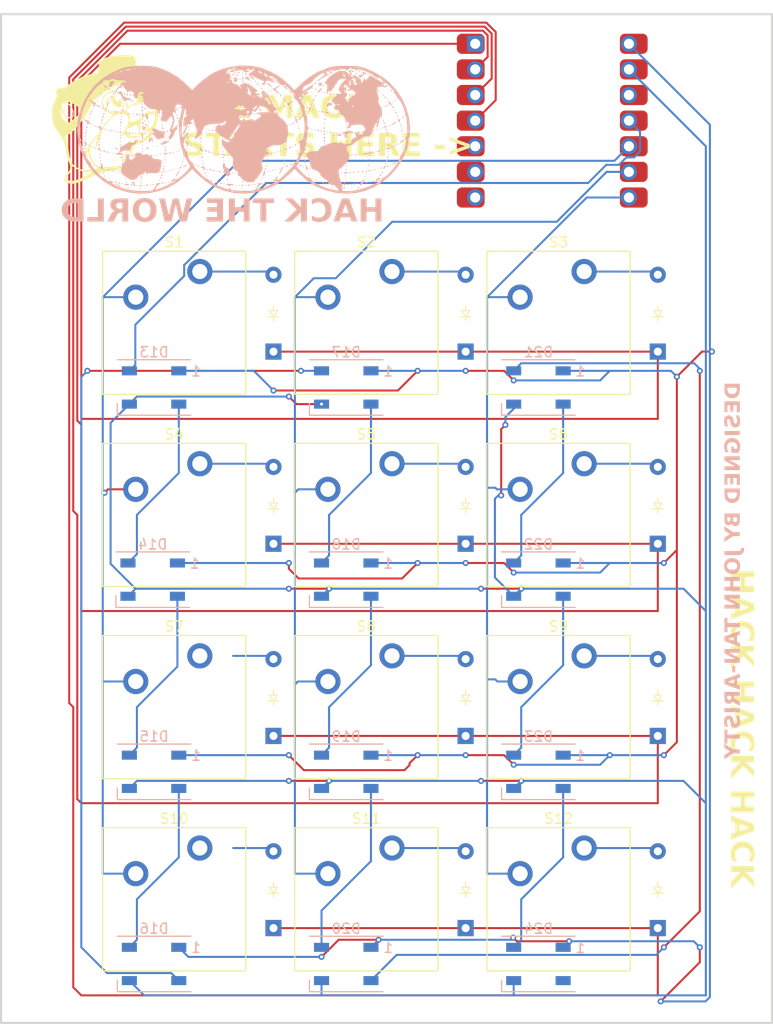
<source format=kicad_pcb>
(kicad_pcb (version 20240108) (generator "pcbnew") (generator_version "8.0")
  (layers (0 "F.Cu" signal) (31 "B.Cu" signal) (34 "B.Paste" user) (35 "F.Paste" user) (36 "B.SilkS" user "B.Silkscreen") (37 "F.SilkS" user "F.Silkscreen") (38 "B.Mask" user) (39 "F.Mask" user) (44 "Edge.Cuts" user))
  (net 0 "")
  (net 1 "Row 1")
  (net 2 "Net-(D1-A)")
  (net 3 "Net-(D2-A)")
  (net 4 "Net-(D3-A)")
  (net 5 "Row 2")
  (net 6 "Net-(D4-A)")
  (net 7 "Net-(D5-A)")
  (net 8 "Net-(D6-A)")
  (net 9 "Net-(D7-A)")
  (net 10 "Row 3")
  (net 11 "Net-(D8-A)")
  (net 12 "Net-(D9-A)")
  (net 13 "Row 4")
  (net 14 "Net-(D10-A)")
  (net 15 "Net-(D11-A)")
  (net 16 "Net-(D12-A)")
  (net 17 "+5V")
  (net 18 "GND")
  (net 19 "Net-(D13-DOUT)")
  (net 20 "RGB")
  (net 21 "Net-(D14-DOUT)")
  (net 22 "Net-(D15-DOUT)")
  (net 23 "Net-(D16-DOUT)")
  (net 24 "Net-(D17-DOUT)")
  (net 25 "Net-(D18-DOUT)")
  (net 26 "Net-(D19-DOUT)")
  (net 27 "Net-(D20-DOUT)")
  (net 28 "Net-(D21-DOUT)")
  (net 29 "Net-(D22-DOUT)")
  (net 30 "Net-(D23-DOUT)")
  (net 32 "Col 1")
  (net 33 "Col 2")
  (net 34 "Col 3")
  (footprint "ScottoKeebs_MX:MX_PCB_1.00u" (layer "F.Cu") (at 109.22 76.2)
    (property "Reference" "S5")
    (property "Value" "Keyswitch")
  )
  (footprint "ScottoKeebs_MX:MX_PCB_1.00u" (layer "F.Cu") (at 128.27 114.3)
    (property "Reference" "S12")
    (property "Value" "Keyswitch")
  )
  (footprint "ScottoKeebs_Components:Diode_DO-35" (layer "F.Cu") (at 100.0125 60.0075 90)
    (property "Reference" "D1" (hide yes))
    (property "Value" "Diode" (hide yes))
  )
  (footprint "ScottoKeebs_MCU:Seeed_XIAO_RP2040" (layer "F.Cu") (at 127.63 37.11)
    (property "Reference" "U2" (hide yes))
    (property "Value" "MCU_Seeed_XIAO_RP2040")
  )
  (footprint "MountingHole:MountingHole_3.2mm_M3" (layer "F.Cu") (at 145.5 31)
    (property "Reference" "REF**" (hide yes))
    (property "Value" "MountingHole_3.2mm_M3" (hide yes))
  )
  (footprint "ScottoKeebs_MX:MX_PCB_1.00u" (layer "F.Cu") (at 90.17 114.3)
    (property "Reference" "S10")
    (property "Value" "Keyswitch")
  )
  (footprint "ScottoKeebs_MX:MX_PCB_1.00u" (layer "F.Cu") (at 90.17 57.15)
    (property "Reference" "S1")
    (property "Value" "Keyswitch")
  )
  (footprint "ScottoKeebs_Components:Diode_DO-35" (layer "F.Cu") (at 138.1125 98.1075 90)
    (property "Reference" "D9" (hide yes))
    (property "Value" "Diode" (hide yes))
  )
  (footprint "ScottoKeebs_Components:Diode_DO-35" (layer "F.Cu") (at 119.0625 60.0075 90)
    (property "Reference" "D2" (hide yes))
    (property "Value" "Diode" (hide yes))
  )
  (footprint "ScottoKeebs_MX:MX_PCB_1.00u" (layer "F.Cu") (at 109.22 57.15)
    (property "Reference" "S2")
    (property "Value" "Keyswitch")
  )
  (footprint "ScottoKeebs_Components:Diode_DO-35" (layer "F.Cu") (at 138.1125 60.0075 90)
    (property "Reference" "D3" (hide yes))
    (property "Value" "Diode" (hide yes))
  )
  (footprint "ScottoKeebs_Components:Diode_DO-35" (layer "F.Cu") (at 138.1125 117.1575 90)
    (property "Reference" "D12" (hide yes))
    (property "Value" "Diode" (hide yes))
  )
  (footprint "ScottoKeebs_MX:MX_PCB_1.00u" (layer "F.Cu") (at 90.17 95.25)
    (property "Reference" "S7")
    (property "Value" "Keyswitch")
  )
  (footprint "MountingHole:MountingHole_3.2mm_M3" (layer "F.Cu") (at 77 31)
    (property "Reference" "REF**" (hide yes))
    (property "Value" "MountingHole_3.2mm_M3" (hide yes))
  )
  (footprint "ScottoKeebs_Components:Diode_DO-35" (layer "F.Cu") (at 119.0625 117.1575 90)
    (property "Reference" "D11" (hide yes))
    (property "Value" "Diode" (hide yes))
  )
  (footprint "ScottoKeebs_Components:Diode_DO-35" (layer "F.Cu") (at 119.0625 79.0575 90)
    (property "Reference" "D5" (hide yes))
    (property "Value" "Diode" (hide yes))
  )
  (footprint "MountingHole:MountingHole_3.2mm_M3" (layer "F.Cu") (at 77 122)
    (property "Reference" "REF**" (hide yes))
    (property "Value" "MountingHole_3.2mm_M3" (hide yes))
  )
  (footprint "ScottoKeebs_MX:MX_PCB_1.00u" (layer "F.Cu") (at 109.22 95.25)
    (property "Reference" "S8")
    (property "Value" "Keyswitch")
  )
  (footprint "ScottoKeebs_MX:MX_PCB_1.00u" (layer "F.Cu") (at 90.17 76.2)
    (property "Reference" "S4")
    (property "Value" "Keyswitch")
  )
  (footprint "ScottoKeebs_MX:MX_PCB_1.00u" (layer "F.Cu") (at 109.22 114.3)
    (property "Reference" "S11")
    (property "Value" "Keyswitch")
  )
  (footprint "ScottoKeebs_MX:MX_PCB_1.00u" (layer "F.Cu") (at 128.27 95.25)
    (property "Reference" "S9")
    (property "Value" "Keyswitch")
  )
  (footprint "ScottoKeebs_MX:MX_PCB_1.00u" (layer "F.Cu") (at 128.27 57.15)
    (property "Reference" "S3")
    (property "Value" "Keyswitch")
  )
  (footprint "ScottoKeebs_Components:Diode_DO-35" (layer "F.Cu") (at 100.0125 98.1075 90)
    (property "Reference" "D7" (hide yes))
    (property "Value" "Diode" (hide yes))
  )
  (footprint "ScottoKeebs_Components:Diode_DO-35" (layer "F.Cu") (at 138.1125 79.0575 90)
    (property "Reference" "D6" (hide yes))
    (property "Value" "Diode" (hide yes))
  )
  (footprint "ScottoKeebs_Components:Diode_DO-35" (layer "F.Cu") (at 100.0125 117.1575 90)
    (property "Reference" "D10" (hide yes))
    (property "Value" "Diode" (hide yes))
  )
  (footprint "MountingHole:MountingHole_3.2mm_M3" (layer "F.Cu") (at 145.5 122)
    (property "Reference" "REF**" (hide yes))
    (property "Value" "MountingHole_3.2mm_M3" (hide yes))
  )
  (footprint "ScottoKeebs_MX:MX_PCB_1.00u" (layer "F.Cu") (at 128.27 76.2)
    (property "Reference" "S6")
    (property "Value" "Keyswitch")
  )
  (footprint "Images:buccee_small" (layer "F.Cu") (at 83.5 37)
    (property "Reference" "G***" (hide yes))
    (property "Value" "LOGO" (hide yes))
  )
  (footprint "ScottoKeebs_Components:Diode_DO-35" (layer "F.Cu") (at 119.0625 98.1075 90)
    (property "Reference" "D8" (hide yes))
    (property "Value" "Diode" (hide yes))
  )
  (footprint "ScottoKeebs_Components:Diode_DO-35" (layer "F.Cu") (at 100.0125 79.0575 90)
    (property "Reference" "D4" (hide yes))
    (property "Value" "Diode" (hide yes))
  )
  (footprint "ScottoKeebs_Components:LED_WS2812B" (layer "B.Cu") (at 126.275 82.6125 180)
    (property "Reference" "D22")
    (property "Value" "LED_WS2812B")
  )
  (footprint "ScottoKeebs_Components:LED_WS2812B" (layer "B.Cu") (at 88.0375 82.6125 180)
    (property "Reference" "D14")
    (property "Value" "LED_WS2812B")
  )
  (footprint "ScottoKeebs_Components:LED_WS2812B" (layer "B.Cu") (at 88.175 101.6625 180)
    (property "Reference" "D15")
    (property "Value" "LED_WS2812B")
  )
  (footprint "ScottoKeebs_Components:LED_WS2812B" (layer "B.Cu") (at 126.275 120.7125 180)
    (property "Reference" "D24")
    (property "Value" "LED_WS2812B")
  )
  (footprint "ScottoKeebs_Components:LED_WS2812B" (layer "B.Cu") (at 126.275 101.6625 180)
    (property "Reference" "D23")
    (property "Value" "LED_WS2812B")
  )
  (footprint "ScottoKeebs_Components:LED_WS2812B" (layer "B.Cu") (at 107.225 120.7125 180)
    (property "Reference" "D20")
    (property "Value" "LED_WS2812B")
  )
  (footprint "ScottoKeebs_Components:LED_WS2812B" (layer "B.Cu") (at 126.275 63.5625 180)
    (property "Reference" "D21")
    (property "Value" "LED_WS2812B")
  )
  (footprint "ScottoKeebs_Components:LED_WS2812B" (layer "B.Cu") (at 107.225 63.5625 180)
    (property "Reference" "D17")
    (property "Value" "LED_WS2812B")
  )
  (footprint "Images:world" (layer "B.Cu") (at 97 38 180)
    (property "Reference" "G***" (hide yes))
    (property "Value" "LOGO" (hide yes))
  )
  (footprint "ScottoKeebs_Components:LED_WS2812B" (layer "B.Cu") (at 107.225 101.6625 180)
    (property "Reference" "D19")
    (property "Value" "LED_WS2812B")
  )
  (footprint "ScottoKeebs_Components:LED_WS2812B" (layer "B.Cu") (at 88.175 120.7125 180)
    (property "Reference" "D16")
    (property "Value" "LED_WS2812B")
  )
  (footprint "ScottoKeebs_Components:LED_WS2812B" (layer "B.Cu") (at 107.225 82.6125 180)
    (property "Reference" "D18")
    (property "Value" "LED_WS2812B")
  )
  (footprint "ScottoKeebs_Components:LED_WS2812B" (layer "B.Cu") (at 88.175 63.5625 180)
    (property "Reference" "D13")
    (property "Value" "LED_WS2812B")
  )
  (gr_rect (start 73 26.5625) (end 149.4375 126.5625) (stroke (width 0.2)) (fill none) (layer "Edge.Cuts"))
  (gr_text "HACK THE WORLD" (at 111 47.5 0) (layer "B.SilkS") (effects (font (size 2.25 2.25) (thickness 0.3) (bold yes)) (justify left bottom mirror)))
  (gr_text "DESIGNED BY JOHN TAN-ARISTY" (at 146.5 63 90) (layer "B.SilkS") (effects (font (size 1.5 1.5) (thickness 0.3) (bold yes)) (justify left bottom mirror)))
  (gr_text "HACK HACK HACK\n" (at 145 81.5 -90) (layer "F.SilkS") (effects (font (size 2.25 2.25) (thickness 0.3) (bold yes)) (justify left bottom)))
  (gr_text "THE MAGIC \nSTARTS HERE ->" (at 91 41 0) (layer "F.SilkS") (effects (font (size 2.25 2.25) (thickness 0.3) (bold yes)) (justify left bottom)))
  (segment (start 138.1125 66.675) (end 80.9625 66.675) (width 0.2) (layer "F.Cu") (net 1))
  (segment (start 80.9625 66.675) (end 80.9625 33.3375) (width 0.2) (layer "F.Cu") (net 1))
  (segment (start 80.9625 33.3375) (end 84.81 29.49) (width 0.2) (layer "F.Cu") (net 1))
  (segment (start 84.81 29.49) (end 119.565 29.49) (width 0.2) (layer "F.Cu") (net 1))
  (segment (start 119.0625 60.0075) (end 138.1125 60.0075) (width 0.2) (layer "F.Cu") (net 1))
  (segment (start 100.0125 60.0075) (end 119.0625 60.0075) (width 0.2) (layer "F.Cu") (net 1))
  (segment (start 138.1125 60.0075) (end 138.1125 66.675) (width 0.2) (layer "F.Cu") (net 1))
  (segment (start 100.0125 52.3875) (end 99.695 52.07) (width 0.2) (layer "B.Cu") (net 2))
  (segment (start 99.695 52.07) (end 92.71 52.07) (width 0.2) (layer "B.Cu") (net 2))
  (segment (start 118.745 52.07) (end 111.76 52.07) (width 0.2) (layer "B.Cu") (net 3))
  (segment (start 119.0625 52.3875) (end 118.745 52.07) (width 0.2) (layer "B.Cu") (net 3))
  (segment (start 137.795 52.07) (end 130.81 52.07) (width 0.2) (layer "B.Cu") (net 4))
  (segment (start 138.1125 52.3875) (end 137.795 52.07) (width 0.2) (layer "B.Cu") (net 4))
  (segment (start 119.0625 79.0575) (end 138.1125 79.0575) (width 0.2) (layer "F.Cu") (net 5))
  (segment (start 100.0125 79.0575) (end 119.0625 79.0575) (width 0.2) (layer "F.Cu") (net 5))
  (segment (start 80.9625 85.725) (end 80.9625 67.240685) (width 0.2) (layer "F.Cu") (net 5))
  (segment (start 121.24 30.8) (end 120.01 32.03) (width 0.2) (layer "F.Cu") (net 5))
  (segment (start 120.778642 28.19) (end 121.24 28.651358) (width 0.2) (layer "F.Cu") (net 5))
  (segment (start 138.1125 85.725) (end 80.9625 85.725) (width 0.2) (layer "F.Cu") (net 5))
  (segment (start 80.5625 66.840685) (end 80.5625 33.171814) (width 0.2) (layer "F.Cu") (net 5))
  (segment (start 85.544314 28.19) (end 120.778642 28.19) (width 0.2) (layer "F.Cu") (net 5))
  (segment (start 138.1125 79.0575) (end 138.1125 85.725) (width 0.2) (layer "F.Cu") (net 5))
  (segment (start 80.5625 33.171814) (end 85.544314 28.19) (width 0.2) (layer "F.Cu") (net 5))
  (segment (start 121.24 28.651358) (end 121.24 30.8) (width 0.2) (layer "F.Cu") (net 5))
  (segment (start 80.9625 67.240685) (end 80.5625 66.840685) (width 0.2) (layer "F.Cu") (net 5))
  (segment (start 99.695 71.12) (end 92.71 71.12) (width 0.2) (layer "B.Cu") (net 6))
  (segment (start 100.0125 71.4375) (end 99.695 71.12) (width 0.2) (layer "B.Cu") (net 6))
  (segment (start 119.0625 71.4375) (end 118.745 71.12) (width 0.2) (layer "B.Cu") (net 7))
  (segment (start 118.745 71.12) (end 111.76 71.12) (width 0.2) (layer "B.Cu") (net 7))
  (segment (start 137.795 71.12) (end 130.81 71.12) (width 0.2) (layer "B.Cu") (net 8))
  (segment (start 138.1125 71.4375) (end 137.795 71.12) (width 0.2) (layer "B.Cu") (net 8))
  (segment (start 96.012 90.17) (end 99.695 90.17) (width 0.2) (layer "B.Cu") (net 9))
  (segment (start 99.695 90.17) (end 100.0125 90.4875) (width 0.2) (layer "B.Cu") (net 9))
  (segment (start 121.64 28.485672) (end 121.64 32.94) (width 0.2) (layer "F.Cu") (net 10))
  (segment (start 120.944328 27.79) (end 121.64 28.485672) (width 0.2) (layer "F.Cu") (net 10))
  (segment (start 80.5625 104.375) (end 80.5625 76.2) (width 0.2) (layer "F.Cu") (net 10))
  (segment (start 138.1125 104.775) (end 80.9625 104.775) (width 0.2) (layer "F.Cu") (net 10))
  (segment (start 80.1625 75.8) (end 80.1625 33.006128) (width 0.2) (layer "F.Cu") (net 10))
  (segment (start 138.1125 98.1075) (end 138.1125 104.775) (width 0.2) (layer "F.Cu") (net 10))
  (segment (start 100.0125 98.1075) (end 119.0625 98.1075) (width 0.2) (layer "F.Cu") (net 10))
  (segment (start 80.1625 33.006128) (end 85.378628 27.79) (width 0.2) (layer "F.Cu") (net 10))
  (segment (start 119.0625 98.1075) (end 138.1125 98.1075) (width 0.2) (layer "F.Cu") (net 10))
  (segment (start 80.9625 104.775) (end 80.5625 104.375) (width 0.2) (layer "F.Cu") (net 10))
  (segment (start 80.5625 76.2) (end 80.1625 75.8) (width 0.2) (layer "F.Cu") (net 10))
  (segment (start 85.378628 27.79) (end 120.944328 27.79) (width 0.2) (layer "F.Cu") (net 10))
  (segment (start 121.64 32.94) (end 120.01 34.57) (width 0.2) (layer "F.Cu") (net 10))
  (segment (start 119.0625 90.4875) (end 118.745 90.17) (width 0.2) (layer "B.Cu") (net 11))
  (segment (start 118.745 90.17) (end 111.76 90.17) (width 0.2) (layer "B.Cu") (net 11))
  (segment (start 138.1125 90.4875) (end 137.795 90.17) (width 0.2) (layer "B.Cu") (net 12))
  (segment (start 137.795 90.17) (end 130.81 90.17) (width 0.2) (layer "B.Cu") (net 12))
  (segment (start 80.1625 123.025) (end 80.9625 123.825) (width 0.2) (layer "F.Cu") (net 13))
  (segment (start 122.04 35.08) (end 122.04 28.319986) (width 0.2) (layer "F.Cu") (net 13))
  (segment (start 80.9625 123.825) (end 138.1125 123.825) (width 0.2) (layer "F.Cu") (net 13))
  (segment (start 119.0625 117.1575) (end 138.1125 117.1575) (width 0.2) (layer "F.Cu") (net 13))
  (segment (start 79.7625 32.840442) (end 79.7625 94.85) (width 0.2) (layer "F.Cu") (net 13))
  (segment (start 121.110014 27.39) (end 85.212942 27.39) (width 0.2) (layer "F.Cu") (net 13))
  (segment (start 100.0125 117.1575) (end 119.0625 117.1575) (width 0.2) (layer "F.Cu") (net 13))
  (segment (start 120.01 37.11) (end 122.04 35.08) (width 0.2) (layer "F.Cu") (net 13))
  (segment (start 122.04 28.319986) (end 121.110014 27.39) (width 0.2) (layer "F.Cu") (net 13))
  (segment (start 79.7625 94.85) (end 80.1625 95.25) (width 0.2) (layer "F.Cu") (net 13))
  (segment (start 85.212942 27.39) (end 79.7625 32.840442) (width 0.2) (layer "F.Cu") (net 13))
  (segment (start 80.1625 95.25) (end 80.1625 123.025) (width 0.2) (layer "F.Cu") (net 13))
  (segment (start 138.1125 123.825) (end 138.1125 117.1575) (width 0.2) (layer "F.Cu") (net 13))
  (segment (start 99.695 109.22) (end 100.0125 109.5375) (width 0.2) (layer "B.Cu") (net 14))
  (segment (start 96.012 109.22) (end 99.695 109.22) (width 0.2) (layer "B.Cu") (net 14))
  (segment (start 119.0625 109.5375) (end 118.745 109.22) (width 0.2) (layer "B.Cu") (net 15))
  (segment (start 118.745 109.22) (end 111.76 109.22) (width 0.2) (layer "B.Cu") (net 15))
  (segment (start 138.1125 109.5375) (end 137.795 109.22) (width 0.2) (layer "B.Cu") (net 16))
  (segment (start 137.795 109.22) (end 130.81 109.22) (width 0.2) (layer "B.Cu") (net 16))
  (segment (start 122.874998 100.0125) (end 119.0625 100.0125) (width 0.2) (layer "F.Cu") (net 17))
  (segment (start 100.0125 63.8625) (end 112.35 63.8625) (width 0.2) (layer "F.Cu") (net 17))
  (segment (start 119.0625 61.9125) (end 122.874998 61.9125) (width 0.2) (layer "F.Cu") (net 17))
  (segment (start 106.475002 118.3125) (end 110.425 118.3125) (width 0.2) (layer "F.Cu") (net 17))
  (segment (start 142.5 60) (end 143.475 60) (width 0.2) (layer "F.Cu") (net 17))
  (segment (start 142.275 120.545342) (end 138.395342 124.425) (width 0.2) (layer "F.Cu") (net 17))
  (segment (start 140 98.725) (end 138.7125 100.0125) (width 0.2) (layer "F.Cu") (net 17))
  (segment (start 123.775735 118.112498) (end 124.125737 118.4625) (width 0.2) (layer "F.Cu") (net 17))
  (segment (start 114.3 80.9625) (end 112.7625 82.5) (width 0.2) (layer "F.Cu") (net 17))
  (segment (start 113.5 101) (end 113.5 100.8125) (width 0.2) (layer "F.Cu") (net 17))
  (segment (start 112.35 63.8625) (end 114.3 61.9125) (width 0.2) (layer "F.Cu") (net 17))
  (segment (start 113 101.5) (end 113.5 101) (width 0.2) (layer "F.Cu") (net 17))
  (segment (start 122.874998 80.9625) (end 119.0625 80.9625) (width 0.2) (layer "F.Cu") (net 17))
  (segment (start 101.535 81.535) (end 101.535 80.9625) (width 0.2) (layer "F.Cu") (net 17))
  (segment (start 102.5 82.5) (end 101.535 81.535) (width 0.2) (layer "F.Cu") (net 17))
  (segment (start 104.775 120.012502) (end 106.475002 118.3125) (width 0.2) (layer "F.Cu") (net 17))
  (segment (start 140 79.675) (end 140 98.725) (width 0.2) (layer "F.Cu") (net 17))
  (segment (start 101.535 100.0125) (end 103.0225 101.5) (width 0.2) (layer "F.Cu") (net 17))
  (segment (start 140 62.5) (end 142.5 60) (width 0.2) (layer "F.Cu") (net 17))
  (segment (start 122.874998 61.9125) (end 123.825 62.862502) (width 0.2) (layer "F.Cu") (net 17))
  (segment (start 103.0225 101.5) (end 113 101.5) (width 0.2) (layer "F.Cu") (net 17))
  (segment (start 142.275 119.0625) (end 142.275 120.545342) (width 0.2) (layer "F.Cu") (net 17))
  (segment (start 112.7625 82.5) (end 102.5 82.5) (width 0.2) (layer "F.Cu") (net 17))
  (segment (start 124.125737 118.4625) (end 129.325 118.4625) (width 0.2) (layer "F.Cu") (net 17))
  (segment (start 123.825 100.962502) (end 122.874998 100.0125) (width 0.2) (layer "F.Cu") (net 17))
  (segment (start 140 62.5) (end 140 79.675) (width 0.2) (layer "F.Cu") (net 17))
  (segment (start 123.825 81.912502) (end 122.874998 80.9625) (width 0.2) (layer "F.Cu") (net 17))
  (segment (start 140 79.675) (end 138.7125 80.9625) (width 0.2) (layer "F.Cu") (net 17))
  (segment (start 113.5 100.8125) (end 114.3 100.0125) (width 0.2) (layer "F.Cu") (net 17))
  (via (at 123.775735 118.112498) (size 0.6) (drill 0.3) (layers "F.Cu" "B.Cu") (net 17))
  (via (at 100.0125 63.8625) (size 0.6) (drill 0.3) (layers "F.Cu" "B.Cu") (net 17))
  (via (at 101.535 100.0125) (size 0.6) (drill 0.3) (layers "F.Cu" "B.Cu") (net 17))
  (via (at 123.825 62.862502) (size 0.6) (drill 0.3) (layers "F.Cu" "B.Cu") (net 17))
  (via (at 133.35 100.0125) (size 0.6) (drill 0.3) (layers "F.Cu" "B.Cu") (net 17))
  (via (at 142.275 119.0625) (size 0.6) (drill 0.3) (layers "F.Cu" "B.Cu") (net 17))
  (via (at 138.7125 100.0125) (size 0.6) (drill 0.3) (layers "F.Cu" "B.Cu") (net 17))
  (via (at 114.3 80.9625) (size 0.6) (drill 0.3) (layers "F.Cu" "B.Cu") (net 17))
  (via (at 104.775 120.012502) (size 0.6) (drill 0.3) (layers "F.Cu" "B.Cu") (net 17))
  (via (at 114.3 100.0125) (size 0.6) (drill 0.3) (layers "F.Cu" "B.Cu") (net 17))
  (via (at 123.825 81.912502) (size 0.6) (drill 0.3) (layers "F.Cu" "B.Cu") (net 17))
  (via (at 101.535 80.9625) (size 0.6) (drill 0.3) (layers "F.Cu" "B.Cu") (net 17))
  (via (at 114.3 61.9125) (size 0.6) (drill 0.3) (layers "F.Cu" "B.Cu") (net 17))
  (via (at 119.0625 100.0125) (size 0.6) (drill 0.3) (layers "F.Cu" "B.Cu") (net 17))
  (via (at 119.0625 80.9625) (size 0.6) (drill 0.3) (layers "F.Cu" "B.Cu") (net 17))
  (via (at 138.395342 124.425) (size 0.6) (drill 0.3) (layers "F.Cu" "B.Cu") (net 17))
  (via (at 143.475 60) (size 0.6) (drill 0.3) (layers "F.Cu" "B.Cu") (net 17))
  (via (at 129.325 118.4625) (size 0.6) (drill 0.3) (layers "F.Cu" "B.Cu") (net 17))
  (via (at 138.7125 80.9625) (size 0.6) (drill 0.3) (layers "F.Cu" "B.Cu") (net 17))
  (via (at 123.825 100.962502) (size 0.6) (drill 0.3) (layers "F.Cu" "B.Cu") (net 17))
  (via (at 119.0625 61.9125) (size 0.6) (drill 0.3) (layers "F.Cu" "B.Cu") (net 17))
  (via (at 110.425 118.3125) (size 0.6) (drill 0.3) (layers "F.Cu" "B.Cu") (net 17))
  (via (at 140 62.5) (size 0.6) (drill 0.3) (layers "F.Cu" "B.Cu") (net 17))
  (segment (start 119.0625 80.9625) (end 109.675 80.9625) (width 0.2) (layer "B.Cu") (net 17))
  (segment (start 142.840685 124.425) (end 143.275 123.990685) (width 0.2) (layer "B.Cu") (net 17))
  (segment (start 91.575002 120.012502) (end 104.775 120.012502) (width 0.2) (layer "B.Cu") (net 17))
  (segment (start 138.7125 100.0125) (end 128.725 100.0125) (width 0.2) (layer "B.Cu") (net 17))
  (segment (start 110.425 118.3125) (end 123.575733 118.3125) (width 0.2) (layer "B.Cu") (net 17))
  (segment (start 90.625 119.0625) (end 91.575002 120.012502) (width 0.2) (layer "B.Cu") (net 17))
  (segment (start 128.725 61.9125) (end 133.35 61.9125) (width 0.2) (layer "B.Cu") (net 17))
  (segment (start 133.35 100.0125) (end 132.399998 100.962502) (width 0.2) (layer "B.Cu") (net 17))
  (segment (start 90.625 61.9125) (end 98.0625 61.9125) (width 0.2) (layer "B.Cu") (net 17))
  (segment (start 128.725 119.0625) (end 129.325 118.4625) (width 0.2) (layer "B.Cu") (net 17))
  (segment (start 98.0625 61.9125) (end 100.0125 63.8625) (width 0.2) (layer "B.Cu") (net 17))
  (segment (start 133.35 80.9625) (end 132.399998 81.912502) (width 0.2) (layer "B.Cu") (net 17))
  (segment (start 90.625 100.0125) (end 101.535 100.0125) (width 0.2) (layer "B.Cu") (net 17))
  (segment (start 119.0625 100.0125) (end 109.675 100.0125) (width 0.2) (layer "B.Cu") (net 17))
  (segment (start 90.4875 80.9625) (end 101.535 80.9625) (width 0.2) (layer "B.Cu") (net 17))
  (segment (start 143.275 37.515) (end 135.25 29.49) (width 0.2) (layer "B.Cu") (net 17))
  (segment (start 139.4125 61.9125) (end 140 62.5) (width 0.2) (layer "B.Cu") (net 17))
  (segment (start 133.35 61.9125) (end 139.4125 61.9125) (width 0.2) (layer "B.Cu") (net 17))
  (segment (start 114.3 61.9125) (end 119.0625 61.9125) (width 0.2) (layer "B.Cu") (net 17))
  (segment (start 138.395342 124.425) (end 142.840685 124.425) (width 0.2) (layer "B.Cu") (net 17))
  (segment (start 132.399998 62.862502) (end 133.35 61.9125) (width 0.2) (layer "B.Cu") (net 17))
  (segment (start 123.575733 118.3125) (end 123.775735 118.112498) (width 0.2) (layer "B.Cu") (net 17))
  (segment (start 123.825 62.862502) (end 132.399998 62.862502) (width 0.2) (layer "B.Cu") (net 17))
  (segment (start 109.675 61.9125) (end 114.3 61.9125) (width 0.2) (layer "B.Cu") (net 17))
  (segment (start 132.399998 100.962502) (end 123.825 100.962502) (width 0.2) (layer "B.Cu") (net 17))
  (segment (start 129.325 118.4625) (end 141.675 118.4625) (width 0.2) (layer "B.Cu") (net 17))
  (segment (start 143.275 123.990685) (end 143.275 37.515) (width 0.2) (layer "B.Cu") (net 17))
  (segment (start 138.7125 80.9625) (end 133.35 80.9625) (width 0.2) (layer "B.Cu") (net 17))
  (segment (start 132.399998 81.912502) (end 123.825 81.912502) (width 0.2) (layer "B.Cu") (net 17))
  (segment (start 141.675 118.4625) (end 142.275 119.0625) (width 0.2) (layer "B.Cu") (net 17))
  (segment (start 109.675 119.0625) (end 110.425 118.3125) (width 0.2) (layer "B.Cu") (net 17))
  (segment (start 133.35 80.9625) (end 128.725 80.9625) (width 0.2) (layer "B.Cu") (net 17))
  (segment (start 101.535 83.5125) (end 105.525 83.5125) (width 0.2) (layer "F.Cu") (net 18))
  (segment (start 102.285 65.2125) (end 104.775 65.2125) (width 0.2) (layer "F.Cu") (net 18))
  (segment (start 101.535 64.4625) (end 102.285 65.2125) (width 0.2) (layer "F.Cu") (net 18))
  (segment (start 122.584265 67.690735) (end 123 67.275) (width 0.2) (layer "F.Cu") (net 18))
  (segment (start 120.585 102.5625) (end 124.575 102.5625) (width 0.2) (layer "F.Cu") (net 18))
  (segment (start 120.585 83.5125) (end 124.575 83.5125) (width 0.2) (layer "F.Cu") (net 18))
  (segment (start 101.535 102.5625) (end 105.525 102.5625) (width 0.2) (layer "F.Cu") (net 18))
  (segment (start 122.584265 74.26) (end 122.584265 67.690735) (width 0.2) (layer "F.Cu") (net 18))
  (via (at 105.525 83.5125) (size 0.6) (drill 0.3) (layers "F.Cu" "B.Cu") (net 18))
  (via (at 105.525 102.5625) (size 0.6) (drill 0.3) (layers "F.Cu" "B.Cu") (net 18))
  (via (at 101.535 83.5125) (size 0.6) (drill 0.3) (layers "F.Cu" "B.Cu") (net 18))
  (via (at 101.535 64.4625) (size 0.6) (drill 0.3) (layers "F.Cu" "B.Cu") (net 18))
  (via (at 120.585 83.5125) (size 0.6) (drill 0.3) (layers "F.Cu" "B.Cu") (net 18))
  (via (at 122.584265 74.26) (size 0.6) (drill 0.3) (layers "F.Cu" "B.Cu") (net 18))
  (via (at 101.535 102.5625) (size 0.6) (drill 0.3) (layers "F.Cu" "B.Cu") (net 18))
  (via (at 124.575 102.5625) (size 0.6) (drill 0.3) (layers "F.Cu" "B.Cu") (net 18))
  (via (at 104.775 65.2125) (size 0.6) (drill 0.3) (layers "F.Cu" "B.Cu") (net 18))
  (via (at 120.585 102.5625) (size 0.6) (drill 0.3) (layers "F.Cu" "B.Cu") (net 18))
  (via (at 124.575 83.5125) (size 0.6) (drill 0.3) (layers "F.Cu" "B.Cu") (net 18))
  (via (at 123 67.275) (size 0.6) (drill 0.3) (layers "F.Cu" "B.Cu") (net 18))
  (segment (start 124.575 83.5125) (end 140.6625 83.5125) (width 0.2) (layer "B.Cu") (net 18))
  (segment (start 140.6625 102.5625) (end 142.875 104.775) (width 0.2) (layer "B.Cu") (net 18))
  (segment (start 87.1875 123.825) (end 104.775 123.825) (width 0.2) (layer "B.Cu") (net 18))
  (segment (start 121.965 82.4025) (end 121.965 74.595) (width 0.2) (layer "B.Cu") (net 18))
  (segment (start 85.725 103.3125) (end 86.475 102.5625) (width 0.2) (layer "B.Cu") (net 18))
  (segment (start 142.875 39.655) (end 135.25 32.03) (width 0.2) (layer "B.Cu") (net 18))
  (segment (start 123.825 84.2625) (end 124.575 83.5125) (width 0.2) (layer "B.Cu") (net 18))
  (segment (start 104.775 84.2625) (end 105.525 83.5125) (width 0.2) (layer "B.Cu") (net 18))
  (segment (start 86.475 64.4625) (end 85.725 65.2125) (width 0.2) (layer "B.Cu") (net 18))
  (segment (start 86.3375 83.5125) (end 85.5875 84.2625) (width 0.2) (layer "B.Cu") (net 18))
  (segment (start 140.6625 83.5125) (end 142.875 85.725) (width 0.2) (layer "B.Cu") (net 18))
  (segment (start 86.475 64.4625) (end 101.535 64.4625) (width 0.2) (layer "B.Cu") (net 18))
  (segment (start 123.825 65.675) (end 123.825 65.2125) (width 0.2) (layer "B.Cu") (net 18))
  (segment (start 123.825 84.2625) (end 121.965 82.4025) (width 0.2) (layer "B.Cu") (net 18))
  (segment (start 86.475 102.5625) (end 101.535 102.5625) (width 0.2) (layer "B.Cu") (net 18))
  (segment (start 83.865 67.0725) (end 85.725 65.2125) (width 0.2) (layer "B.Cu") (net 18))
  (segment (start 142.875 123.825) (end 142.875 104.775) (width 0.2) (layer "B.Cu") (net 18))
  (segment (start 104.775 123.825) (end 104.775 122.3625) (width 0.2) (layer "B.Cu") (net 18))
  (segment (start 121.965 74.595) (end 122.3 74.26) (width 0.2) (layer "B.Cu") (net 18))
  (segment (start 123.825 123.825) (end 104.775 123.825) (width 0.2) (layer "B.Cu") (net 18))
  (segment (start 83.865 81.04) (end 83.865 67.0725) (width 0.2) (layer "B.Cu") (net 18))
  (segment (start 105.525 83.5125) (end 120.585 83.5125) (width 0.2) (layer "B.Cu") (net 18))
  (segment (start 86.3375 83.5125) (end 83.865 81.04) (width 0.2) (layer "B.Cu") (net 18))
  (segment (start 85.725 122.3625) (end 87.1875 123.825) (width 0.2) (layer "B.Cu") (net 18))
  (segment (start 86.3375 83.5125) (end 101.535 83.5125) (width 0.2) (layer "B.Cu") (net 18))
  (segment (start 124.575 102.5625) (end 140.6625 102.5625) (width 0.2) (layer "B.Cu") (net 18))
  (segment (start 105.525 102.5625) (end 120.585 102.5625) (width 0.2) (layer "B.Cu") (net 18))
  (segment (start 122.3 74.26) (end 122.584265 74.26) (width 0.2) (layer "B.Cu") (net 18))
  (segment (start 123 67.275) (end 123 66.5) (width 0.2) (layer "B.Cu") (net 18))
  (segment (start 142.875 85.725) (end 142.875 39.655) (width 0.2) (layer "B.Cu") (net 18))
  (segment (start 142.875 104.775) (end 142.875 85.725) (width 0.2) (layer "B.Cu") (net 18))
  (segment (start 123.825 123.825) (end 142.875 123.825) (width 0.2) (layer "B.Cu") (net 18))
  (segment (start 104.775 103.3125) (end 105.525 102.5625) (width 0.2) (layer "B.Cu") (net 18))
  (segment (start 123.825 122.3625) (end 123.825 123.825) (width 0.2) (layer "B.Cu") (net 18))
  (segment (start 123.825 103.3125) (end 124.575 102.5625) (width 0.2) (layer "B.Cu") (net 18))
  (segment (start 123 66.5) (end 123.825 65.675) (width 0.2) (layer "B.Cu") (net 18))
  (segment (start 86.47165 80.07835) (end 85.5875 80.9625) (width 0.2) (layer "B.Cu") (net 19))
  (segment (start 86.47165 76.2) (end 86.47165 80.07835) (width 0.2) (layer "B.Cu") (net 19))
  (segment (start 90.625 65.2125) (end 90.625 72.04665) (width 0.2) (layer "B.Cu") (net 19))
  (segment (start 90.625 72.04665) (end 86.47165 76.2) (width 0.2) (layer "B.Cu") (net 19))
  (segment (start 134.26 41.49) (end 135 40.75) (width 0.2) (layer "B.Cu") (net 20))
  (segment (start 136.35 38.21) (end 135.25 37.11) (width 0.2) (layer "B.Cu") (net 20))
  (segment (start 131.2 43.29) (end 133 41.49) (width 0.2) (layer "B.Cu") (net 20))
  (segment (start 91.16 51.427968) (end 99.297968 43.29) (width 0.2) (layer "B.Cu") (net 20))
  (segment (start 136.35 40.15) (end 136.35 38.21) (width 0.2) (layer "B.Cu") (net 20))
  (segment (start 91.16 52.5) (end 91.16 51.427968) (width 0.2) (layer "B.Cu") (net 20))
  (segment (start 85.725 61.9125) (end 86.315 61.3225) (width 0.2) (layer "B.Cu") (net 20))
  (segment (start 86.315 57.345) (end 91.16 52.5) (width 0.2) (layer "B.Cu") (net 20))
  (segment (start 86.315 61.3225) (end 86.315 57.345) (width 0.2) (layer "B.Cu") (net 20))
  (segment (start 135.75 40.75) (end 136.35 40.15) (width 0.2) (layer "B.Cu") (net 20))
  (segment (start 135 40.75) (end 135.75 40.75) (width 0.2) (layer "B.Cu") (net 20))
  (segment (start 133 41.49) (end 134.26 41.49) (width 0.2) (layer "B.Cu") (net 20))
  (segment (start 99.297968 43.29) (end 131.2 43.29) (width 0.2) (layer "B.Cu") (net 20))
  (segment (start 90.4875 91.23415) (end 86.47165 95.25) (width 0.2) (layer "B.Cu") (net 21))
  (segment (start 86.47165 95.25) (end 86.47165 99.26585) (width 0.2) (layer "B.Cu") (net 21))
  (segment (start 90.4875 84.2625) (end 90.4875 91.23415) (width 0.2) (layer "B.Cu") (net 21))
  (segment (start 86.47165 99.26585) (end 85.725 100.0125) (width 0.2) (layer "B.Cu") (net 21))
  (segment (start 86.47165 114.3) (end 86.47165 118.31585) (width 0.2) (layer "B.Cu") (net 22))
  (segment (start 86.47165 118.31585) (end 85.725 119.0625) (width 0.2) (layer "B.Cu") (net 22))
  (segment (start 90.625 110.14665) (end 86.47165 114.3) (width 0.2) (layer "B.Cu") (net 22))
  (segment (start 90.625 103.3125) (end 90.625 110.14665) (width 0.2) (layer "B.Cu") (net 22))
  (segment (start 102.735 61.9125) (end 81.5625 61.9125) (width 0.2) (layer "F.Cu") (net 23))
  (via (at 102.735 61.9125) (size 0.6) (drill 0.3) (layers "F.Cu" "B.Cu") (net 23))
  (via (at 81.5625 61.9125) (size 0.6) (drill 0.3) (layers "F.Cu" "B.Cu") (net 23))
  (segment (start 81.5625 61.9125) (end 80.9625 62.5125) (width 0.2) (layer "B.Cu") (net 23))
  (segment (start 89.875 121.6125) (end 83.5125 121.6125) (width 0.2) (layer "B.Cu") (net 23))
  (segment (start 90.625 122.3625) (end 89.875 121.6125) (width 0.2) (layer "B.Cu") (net 23))
  (segment (start 83.5125 121.6125) (end 80.9625 119.0625) (width 0.2) (layer "B.Cu") (net 23))
  (segment (start 104.775 61.9125) (end 102.735 61.9125) (width 0.2) (layer "B.Cu") (net 23))
  (segment (start 80.9625 62.5125) (end 80.9625 119.0625) (width 0.2) (layer "B.Cu") (net 23))
  (segment (start 105.52165 76.2) (end 105.52165 80.21585) (width 0.2) (layer "B.Cu") (net 24))
  (segment (start 109.675 72.04665) (end 105.52165 76.2) (width 0.2) (layer "B.Cu") (net 24))
  (segment (start 109.675 65.2125) (end 109.675 72.04665) (width 0.2) (layer "B.Cu") (net 24))
  (segment (start 105.52165 80.21585) (end 104.775 80.9625) (width 0.2) (layer "B.Cu") (net 24))
  (segment (start 105.52165 95.25) (end 105.52165 99.26585) (width 0.2) (layer "B.Cu") (net 25))
  (segment (start 105.52165 99.26585) (end 104.775 100.0125) (width 0.2) (layer "B.Cu") (net 25))
  (segment (start 109.675 84.2625) (end 109.675 91.09665) (width 0.2) (layer "B.Cu") (net 25))
  (segment (start 109.675 91.09665) (end 105.52165 95.25) (width 0.2) (layer "B.Cu") (net 25))
  (segment (start 104.775 115.421598) (end 109.675 110.521598) (width 0.2) (layer "B.Cu") (net 26))
  (segment (start 109.675 110.521598) (end 109.675 103.3125) (width 0.2) (layer "B.Cu") (net 26))
  (segment (start 104.775 119.0625) (end 104.775 115.421598) (width 0.2) (layer "B.Cu") (net 26))
  (segment (start 142.275 115.5) (end 138.7125 119.0625) (width 0.2) (layer "F.Cu") (net 27))
  (segment (start 142.275 61.9125) (end 142.275 115.5) (width 0.2) (layer "F.Cu") (net 27))
  (via (at 142.275 61.9125) (size 0.6) (drill 0.3) (layers "F.Cu" "B.Cu") (net 27))
  (via (at 138.7125 119.0625) (size 0.6) (drill 0.3) (layers "F.Cu" "B.Cu") (net 27))
  (segment (start 137.9625 119.8125) (end 112.225 119.8125) (width 0.2) (layer "B.Cu") (net 27))
  (segment (start 124.575 61.1625) (end 141.725 61.1625) (width 0.2) (layer "B.Cu") (net 27))
  (segment (start 138.7125 119.0625) (end 137.9625 119.8125) (width 0.2) (layer "B.Cu") (net 27))
  (segment (start 123.825 61.9125) (end 124.575 61.1625) (width 0.2) (layer "B.Cu") (net 27))
  (segment (start 142.475 61.9125) (end 142.275 61.9125) (width 0.2) (layer "B.Cu") (net 27))
  (segment (start 141.725 61.1625) (end 142.475 61.9125) (width 0.2) (layer "B.Cu") (net 27))
  (segment (start 112.225 119.8125) (end 109.675 122.3625) (width 0.2) (layer "B.Cu") (net 27))
  (segment (start 124.57165 80.21585) (end 123.825 80.9625) (width 0.2) (layer "B.Cu") (net 28))
  (segment (start 128.725 72.04665) (end 124.57165 76.2) (width 0.2) (layer "B.Cu") (net 28))
  (segment (start 128.725 65.2125) (end 128.725 72.04665) (width 0.2) (layer "B.Cu") (net 28))
  (segment (start 124.57165 76.2) (end 124.57165 80.21585) (width 0.2) (layer "B.Cu") (net 28))
  (segment (start 124.57165 99.26585) (end 123.825 100.0125) (width 0.2) (layer "B.Cu") (net 29))
  (segment (start 124.57165 95.25) (end 124.57165 99.26585) (width 0.2) (layer "B.Cu") (net 29))
  (segment (start 128.725 84.2625) (end 128.725 91.09665) (width 0.2) (layer "B.Cu") (net 29))
  (segment (start 128.725 91.09665) (end 124.57165 95.25) (width 0.2) (layer "B.Cu") (net 29))
  (segment (start 128.725 103.3125) (end 128.725 110.14665) (width 0.2) (layer "B.Cu") (net 30))
  (segment (start 128.725 110.14665) (end 124.57165 114.3) (width 0.2) (layer "B.Cu") (net 30))
  (segment (start 124.57165 114.3) (end 124.57165 118.31585) (width 0.2) (layer "B.Cu") (net 30))
  (segment (start 124.57165 118.31585) (end 123.825 119.0625) (width 0.2) (layer "B.Cu") (net 30))
  (segment (start 83.605 73.66) (end 86.36 73.66) (width 0.2) (layer "F.Cu") (net 32))
  (segment (start 83.265 74) (end 83.605 73.66) (width 0.2) (layer "F.Cu") (net 32))
  (via (at 83.265 74) (size 0.6) (drill 0.3) (layers "F.Cu" "B.Cu") (net 32))
  (segment (start 133.81 41.09) (end 135.25 39.65) (width 0.2) (layer "B.Cu") (net 32))
  (segment (start 83.085 73.66) (end 83.085 92.71) (width 0.2) (layer "B.Cu") (net 32))
  (segment (start 96.605 41.09) (end 133.81 41.09) (width 0.2) (layer "B.Cu") (net 32))
  (segment (start 83.085 54.61) (end 86.36 54.61) (width 0.2) (layer "B.Cu") (net 32))
  (segment (start 83.085 73.66) (end 83.085 73.82) (width 0.2) (layer "B.Cu") (net 32))
  (segment (start 83.085 54.61) (end 96.605 41.09) (width 0.2) (layer "B.Cu") (net 32))
  (segment (start 83.085 92.71) (end 83.085 111.76) (width 0.2) (layer "B.Cu") (net 32))
  (segment (start 83.085 54.61) (end 83.085 73.66) (width 0.2) (layer "B.Cu") (net 32))
  (segment (start 83.085 111.76) (end 86.36 111.76) (width 0.2) (layer "B.Cu") (net 32))
  (segment (start 83.085 73.82) (end 83.265 74) (width 0.2) (layer "B.Cu") (net 32))
  (segment (start 83.085 92.71) (end 86.36 92.71) (width 0.2) (layer "B.Cu") (net 32))
  (segment (start 102.135 93) (end 102.135 111.76) (width 0.2) (layer "B.Cu") (net 33))
  (segment (start 102.135 93) (end 102.425 92.71) (width 0.2) (layer "B.Cu") (net 33))
  (segment (start 102.135 54.61) (end 104.01 52.735) (width 0.2) (layer "B.Cu") (net 33))
  (segment (start 104.01 52.735) (end 106.18665 52.735) (width 0.2) (layer "B.Cu") (net 33))
  (segment (start 133.039314 42.19) (end 135.25 42.19) (width 0.2) (layer "B.Cu") (net 33))
  (segment (start 102.135 111.76) (end 105.41 111.76) (width 0.2) (layer "B.Cu") (net 33))
  (segment (start 102.475 73.66) (end 105.41 73.66) (width 0.2) (layer "B.Cu") (net 33))
  (segment (start 102.135 74) (end 102.135 93) (width 0.2) (layer "B.Cu") (net 33))
  (segment (start 102.135 74) (end 102.475 73.66) (width 0.2) (layer "B.Cu") (net 33))
  (segment (start 102.135 54.61) (end 105.41 54.61) (width 0.2) (layer "B.Cu") (net 33))
  (segment (start 102.425 92.71) (end 105.41 92.71) (width 0.2) (layer "B.Cu") (net 33))
  (segment (start 128.095907 47.133407) (end 133.039314 42.19) (width 0.2) (layer "B.Cu") (net 33))
  (segment (start 102.135 54.61) (end 102.135 74) (width 0.2) (layer "B.Cu") (net 33))
  (segment (start 106.18665 52.735) (end 111.788243 47.133407) (width 0.2) (layer "B.Cu") (net 33))
  (segment (start 111.788243 47.133407) (end 128.095907 47.133407) (width 0.2) (layer "B.Cu") (net 33))
  (segment (start 122.21 92.71) (end 124.46 92.71) (width 0.2) (layer "B.Cu") (net 34))
  (segment (start 121.185 92.5) (end 121.185 111.76) (width 0.2) (layer "B.Cu") (net 34))
  (segment (start 122 92.5) (end 122.21 92.71) (width 0.2) (layer "B.Cu") (net 34))
  (segment (start 122.16 73.66) (end 124.46 73.66) (width 0.2) (layer "B.Cu") (net 34))
  (segment (start 121.185 54.61) (end 124.46 54.61) (width 0.2) (layer "B.Cu") (net 34))
  (segment (start 122 73.5) (end 122.16 73.66) (width 0.2) (layer "B.Cu") (net 34))
  (segment (start 121.185 92.5) (end 122 92.5) (width 0.2) (layer "B.Cu") (net 34))
  (segment (start 121.185 73.5) (end 121.185 92.5) (width 0.2) (layer "B.Cu") (net 34))
  (segment (start 121.185 54.61) (end 121.185 73.5) (width 0.2) (layer "B.Cu") (net 34))
  (segment (start 131.065 44.73) (end 135.25 44.73) (width 0.2) (layer "B.Cu") (net 34))
  (segment (start 121.185 73.5) (end 122 73.5) (width 0.2) (layer "B.Cu") (net 34))
  (segment (start 121.185 54.61) (end 131.065 44.73) (width 0.2) (layer "B.Cu") (net 34))
  (segment (start 121.185 111.76) (end 124.46 111.76) (width 0.2) (layer "B.Cu") (net 34))
)
</source>
